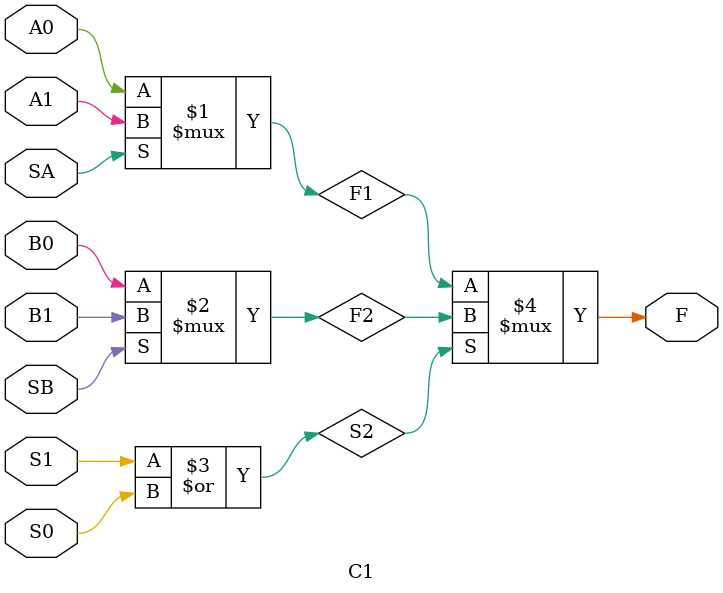
<source format=v>
module C1(
    input A0, A1, SA,
    input B0, B1, SB,
    input S0, S1,
    output F
);
    wire F1, F2, S2;

    assign F1 = SA ? A1 : A0;
    assign F2 = SB ? B1 : B0;
    assign S2 = S1 | S0;
    assign F = S2 ? F2 : F1;
endmodule
</source>
